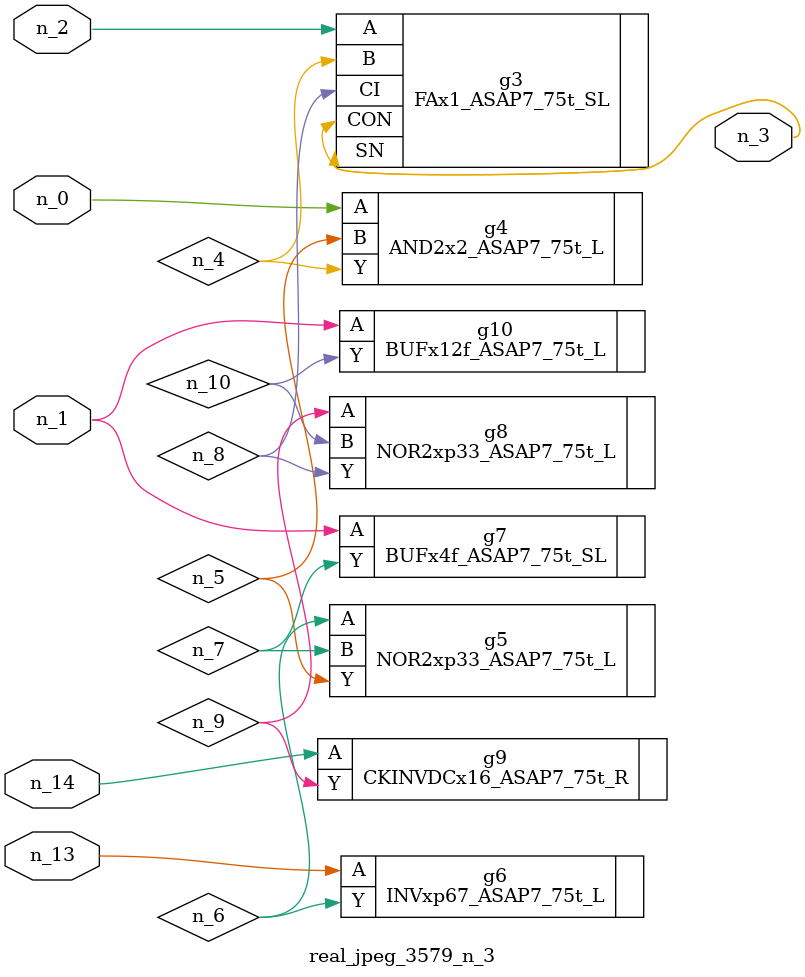
<source format=v>
module real_jpeg_3579_n_3 (n_0, n_1, n_14, n_2, n_13, n_3);

input n_0;
input n_1;
input n_14;
input n_2;
input n_13;

output n_3;

wire n_5;
wire n_4;
wire n_8;
wire n_6;
wire n_7;
wire n_10;
wire n_9;

AND2x2_ASAP7_75t_L g4 ( 
.A(n_0),
.B(n_5),
.Y(n_4)
);

BUFx4f_ASAP7_75t_SL g7 ( 
.A(n_1),
.Y(n_7)
);

BUFx12f_ASAP7_75t_L g10 ( 
.A(n_1),
.Y(n_10)
);

FAx1_ASAP7_75t_SL g3 ( 
.A(n_2),
.B(n_4),
.CI(n_8),
.CON(n_3),
.SN(n_3)
);

NOR2xp33_ASAP7_75t_L g5 ( 
.A(n_6),
.B(n_7),
.Y(n_5)
);

NOR2xp33_ASAP7_75t_L g8 ( 
.A(n_9),
.B(n_10),
.Y(n_8)
);

INVxp67_ASAP7_75t_L g6 ( 
.A(n_13),
.Y(n_6)
);

CKINVDCx16_ASAP7_75t_R g9 ( 
.A(n_14),
.Y(n_9)
);


endmodule
</source>
